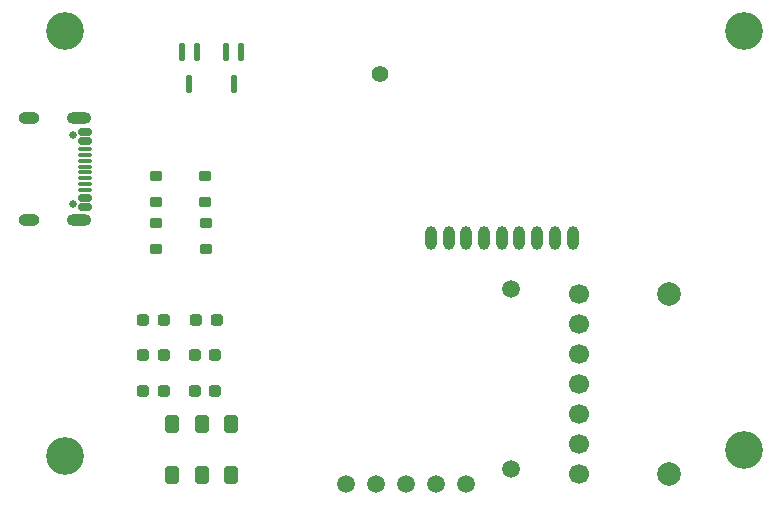
<source format=gts>
%TF.GenerationSoftware,KiCad,Pcbnew,8.0.6*%
%TF.CreationDate,2024-12-20T11:49:08+09:00*%
%TF.ProjectId,PCB,5043422e-6b69-4636-9164-5f7063625858,rev?*%
%TF.SameCoordinates,Original*%
%TF.FileFunction,Soldermask,Top*%
%TF.FilePolarity,Negative*%
%FSLAX46Y46*%
G04 Gerber Fmt 4.6, Leading zero omitted, Abs format (unit mm)*
G04 Created by KiCad (PCBNEW 8.0.6) date 2024-12-20 11:49:08*
%MOMM*%
%LPD*%
G01*
G04 APERTURE LIST*
G04 Aperture macros list*
%AMRoundRect*
0 Rectangle with rounded corners*
0 $1 Rounding radius*
0 $2 $3 $4 $5 $6 $7 $8 $9 X,Y pos of 4 corners*
0 Add a 4 corners polygon primitive as box body*
4,1,4,$2,$3,$4,$5,$6,$7,$8,$9,$2,$3,0*
0 Add four circle primitives for the rounded corners*
1,1,$1+$1,$2,$3*
1,1,$1+$1,$4,$5*
1,1,$1+$1,$6,$7*
1,1,$1+$1,$8,$9*
0 Add four rect primitives between the rounded corners*
20,1,$1+$1,$2,$3,$4,$5,0*
20,1,$1+$1,$4,$5,$6,$7,0*
20,1,$1+$1,$6,$7,$8,$9,0*
20,1,$1+$1,$8,$9,$2,$3,0*%
G04 Aperture macros list end*
%ADD10RoundRect,0.300000X-0.300000X-0.450000X0.300000X-0.450000X0.300000X0.450000X-0.300000X0.450000X0*%
%ADD11C,3.200000*%
%ADD12RoundRect,0.237500X0.287500X0.237500X-0.287500X0.237500X-0.287500X-0.237500X0.287500X-0.237500X0*%
%ADD13O,1.000000X2.000000*%
%ADD14RoundRect,0.237500X-0.287500X-0.237500X0.287500X-0.237500X0.287500X0.237500X-0.287500X0.237500X0*%
%ADD15C,2.000000*%
%ADD16C,1.700000*%
%ADD17RoundRect,0.112500X0.112500X0.637500X-0.112500X0.637500X-0.112500X-0.637500X0.112500X-0.637500X0*%
%ADD18RoundRect,0.200000X-0.350000X-0.200000X0.350000X-0.200000X0.350000X0.200000X-0.350000X0.200000X0*%
%ADD19C,1.500000*%
%ADD20C,0.650000*%
%ADD21RoundRect,0.150000X-0.425000X0.150000X-0.425000X-0.150000X0.425000X-0.150000X0.425000X0.150000X0*%
%ADD22RoundRect,0.075000X-0.500000X0.075000X-0.500000X-0.075000X0.500000X-0.075000X0.500000X0.075000X0*%
%ADD23O,2.100000X1.000000*%
%ADD24O,1.800000X1.000000*%
%ADD25C,1.400000*%
G04 APERTURE END LIST*
D10*
%TO.C,SW1*%
X102400000Y-107300000D03*
X104900000Y-107300000D03*
X107400000Y-107300000D03*
X107400000Y-111600000D03*
X104900000Y-111600000D03*
X102400000Y-111600000D03*
%TD*%
D11*
%TO.C,H2*%
X150800000Y-74000000D03*
%TD*%
%TO.C,H1*%
X93300000Y-74000000D03*
%TD*%
D12*
%TO.C,D3*%
X101675000Y-98500000D03*
X99925000Y-98500000D03*
%TD*%
D11*
%TO.C,H4*%
X93300000Y-110000000D03*
%TD*%
D13*
%TO.C,U6*%
X124300000Y-91525000D03*
X125800000Y-91525000D03*
X127300000Y-91525000D03*
X128800000Y-91525000D03*
X130300000Y-91525000D03*
X131800000Y-91525000D03*
X133300000Y-91525000D03*
X134800000Y-91525000D03*
X136300000Y-91525000D03*
%TD*%
D14*
%TO.C,D6*%
X104425000Y-98500000D03*
X106175000Y-98500000D03*
%TD*%
D15*
%TO.C,U1*%
X144500000Y-96300000D03*
X144500000Y-111540000D03*
D16*
X136880000Y-96300000D03*
X136880000Y-98840000D03*
X136880000Y-101380000D03*
X136880000Y-103920000D03*
X136880000Y-106460000D03*
X136880000Y-109000000D03*
X136880000Y-111540000D03*
%TD*%
D14*
%TO.C,D1*%
X99925000Y-104500000D03*
X101675000Y-104500000D03*
%TD*%
%TO.C,D5*%
X104300000Y-101500000D03*
X106050000Y-101500000D03*
%TD*%
D17*
%TO.C,Q2*%
X104500000Y-75840000D03*
X103200000Y-75840000D03*
X103850000Y-78500000D03*
%TD*%
D12*
%TO.C,D2*%
X101675000Y-101500000D03*
X99925000Y-101500000D03*
%TD*%
D18*
%TO.C,SW3*%
X101050000Y-90250000D03*
X105250000Y-90250000D03*
X101050000Y-92450000D03*
X105250000Y-92450000D03*
%TD*%
D17*
%TO.C,Q1*%
X108250000Y-75840000D03*
X106950000Y-75840000D03*
X107600000Y-78500000D03*
%TD*%
D19*
%TO.C,U5*%
X131100000Y-95880000D03*
X131100000Y-111120000D03*
X127290000Y-112390000D03*
X124750000Y-112390000D03*
X122210000Y-112390000D03*
X119670000Y-112390000D03*
X117130000Y-112390000D03*
%TD*%
D11*
%TO.C,H3*%
X150800000Y-109500000D03*
%TD*%
D18*
%TO.C,SW2*%
X101000000Y-86300000D03*
X105200000Y-86300000D03*
X101000000Y-88500000D03*
X105200000Y-88500000D03*
%TD*%
D20*
%TO.C,J1*%
X93980000Y-82860000D03*
X93980000Y-88640000D03*
D21*
X95055000Y-82550000D03*
X95055000Y-83350000D03*
D22*
X95055000Y-84500000D03*
X95055000Y-85500000D03*
X95055000Y-86000000D03*
X95055000Y-87000000D03*
D21*
X95055000Y-88150000D03*
X95055000Y-88950000D03*
X95055000Y-88950000D03*
X95055000Y-88150000D03*
D22*
X95055000Y-87500000D03*
X95055000Y-86500000D03*
X95055000Y-85000000D03*
X95055000Y-84000000D03*
D21*
X95055000Y-83350000D03*
X95055000Y-82550000D03*
D23*
X94480000Y-81430000D03*
D24*
X90300000Y-81430000D03*
D23*
X94480000Y-90070000D03*
D24*
X90300000Y-90070000D03*
%TD*%
D14*
%TO.C,D4*%
X104300000Y-104500000D03*
X106050000Y-104500000D03*
%TD*%
D25*
%TO.C,U4*%
X120000000Y-77700000D03*
%TD*%
M02*

</source>
